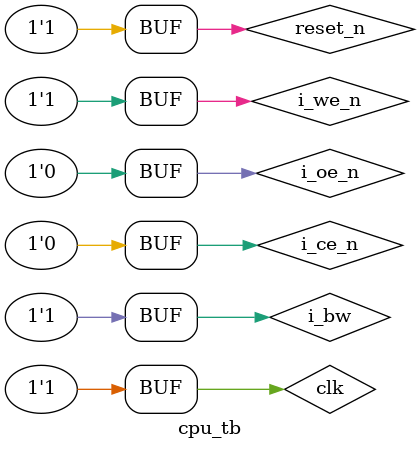
<source format=sv>
`timescale 1ns/1ps
module cpu_tb;
logic clk = 1;
logic reset_n;

always  begin
    #5 clk = 0;
    #5 clk = 1;
end
initial begin
    reset_n = 0;
    #37
    reset_n = 1;    
end

logic i_ce_n;
logic d_ce_n;

logic [31:0]i_addr;
logic [31:0]d_addr;

logic i_we_n;
logic d_we_n;

logic d_oe_n;
logic i_oe_n;

logic i_bw;
logic d_bw;

wire logic [31:0]instruction;
wire logic [31:0]data;

logic rw;
logic ce;

logic hold;

assign d_ce_n = !ce;
assign d_we_n = (ce && !rw) ? 0 : 1;
assign d_oe_n = (ce && rw) ? 0 : 1;

assign i_ce_n = 0;
assign i_oe_n = !reset_n ? 1 : 0;
assign i_we_n = 1;
assign i_bw   = 1;

localparam MEM_WIDHT_INST = 8192;
localparam MEM_WIDHT_DATA = 2_147_483_647;

ram #(
    .HOLD_CYLES(16),
    .START_ADRESS(32'h00400000),
    .MEM_WIDHT(MEM_WIDHT_INST),
    .BIN_FILE("/home/lucas.damo/Documents/org-arq/cache-aoc/apps/fibonnaci-recurs/fib-recurs-text.bin")
) inst_ram (
    .clk    (clk),
    .reset_n(reset_n),
    .addr   (i_addr),
    .data   (instruction),
    .ce_n   (i_ce_n),
    .we_n   (i_we_n),
    .oe_n   (i_oe_n),
    .hold_o (hold),
    .bw     (i_bw)
);
ram #(
    .MEM_WIDHT(MEM_WIDHT_DATA),
    .BIN_FILE("/home/lucas.damo/Documents/org-arq/cache-aoc/apps/fibonnaci-recurs/fib-recurs-data.bin")
) data_ram (
    .clk    (clk),
    .reset_n(reset_n),
    .addr   (d_addr),
    .data   (data),
    .ce_n   (d_ce_n),
    .we_n   (d_we_n),
    .oe_n   (d_oe_n),
    .hold_o (),
    .bw     (d_bw)
);

MIPS_S cpu (
    .clock(clk),
    .reset(!reset_n),
    .ce(ce),
    .bw(d_bw),
    .rw(rw),
    .hold(hold),
    .i_address(i_addr),
    .d_address(d_addr),
    .instruction(instruction),
    .data(data)
);

endmodule
</source>
